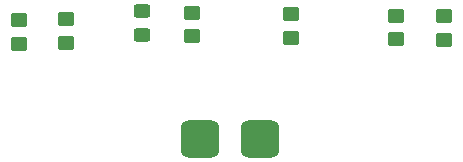
<source format=gbr>
%TF.GenerationSoftware,KiCad,Pcbnew,8.0.0-dirty*%
%TF.CreationDate,2024-03-12T22:31:02-04:00*%
%TF.ProjectId,KickerPCB,4b69636b-6572-4504-9342-2e6b69636164,rev?*%
%TF.SameCoordinates,Original*%
%TF.FileFunction,Paste,Bot*%
%TF.FilePolarity,Positive*%
%FSLAX46Y46*%
G04 Gerber Fmt 4.6, Leading zero omitted, Abs format (unit mm)*
G04 Created by KiCad (PCBNEW 8.0.0-dirty) date 2024-03-12 22:31:02*
%MOMM*%
%LPD*%
G01*
G04 APERTURE LIST*
G04 Aperture macros list*
%AMRoundRect*
0 Rectangle with rounded corners*
0 $1 Rounding radius*
0 $2 $3 $4 $5 $6 $7 $8 $9 X,Y pos of 4 corners*
0 Add a 4 corners polygon primitive as box body*
4,1,4,$2,$3,$4,$5,$6,$7,$8,$9,$2,$3,0*
0 Add four circle primitives for the rounded corners*
1,1,$1+$1,$2,$3*
1,1,$1+$1,$4,$5*
1,1,$1+$1,$6,$7*
1,1,$1+$1,$8,$9*
0 Add four rect primitives between the rounded corners*
20,1,$1+$1,$2,$3,$4,$5,0*
20,1,$1+$1,$4,$5,$6,$7,0*
20,1,$1+$1,$6,$7,$8,$9,0*
20,1,$1+$1,$8,$9,$2,$3,0*%
G04 Aperture macros list end*
%ADD10RoundRect,0.250000X-0.450000X0.350000X-0.450000X-0.350000X0.450000X-0.350000X0.450000X0.350000X0*%
%ADD11RoundRect,0.250000X0.450000X-0.325000X0.450000X0.325000X-0.450000X0.325000X-0.450000X-0.325000X0*%
%ADD12RoundRect,0.825000X0.825000X0.825000X-0.825000X0.825000X-0.825000X-0.825000X0.825000X-0.825000X0*%
G04 APERTURE END LIST*
D10*
%TO.C,R2*%
X101880000Y-67490000D03*
X101880000Y-69490000D03*
%TD*%
D11*
%TO.C,D1*%
X89240000Y-69270000D03*
X89240000Y-67220000D03*
%TD*%
D10*
%TO.C,U1*%
X110740000Y-67620000D03*
X110740000Y-69620000D03*
%TD*%
%TO.C,R3*%
X114850000Y-67690000D03*
X114850000Y-69690000D03*
%TD*%
%TO.C,U12*%
X78880000Y-68030000D03*
X78880000Y-70030000D03*
%TD*%
%TO.C,U8*%
X82820000Y-67900000D03*
X82820000Y-69900000D03*
%TD*%
%TO.C,U7*%
X93540000Y-67360000D03*
X93540000Y-69360000D03*
%TD*%
D12*
%TO.C,U13*%
X99280000Y-78040000D03*
X94200000Y-78040000D03*
%TD*%
M02*

</source>
